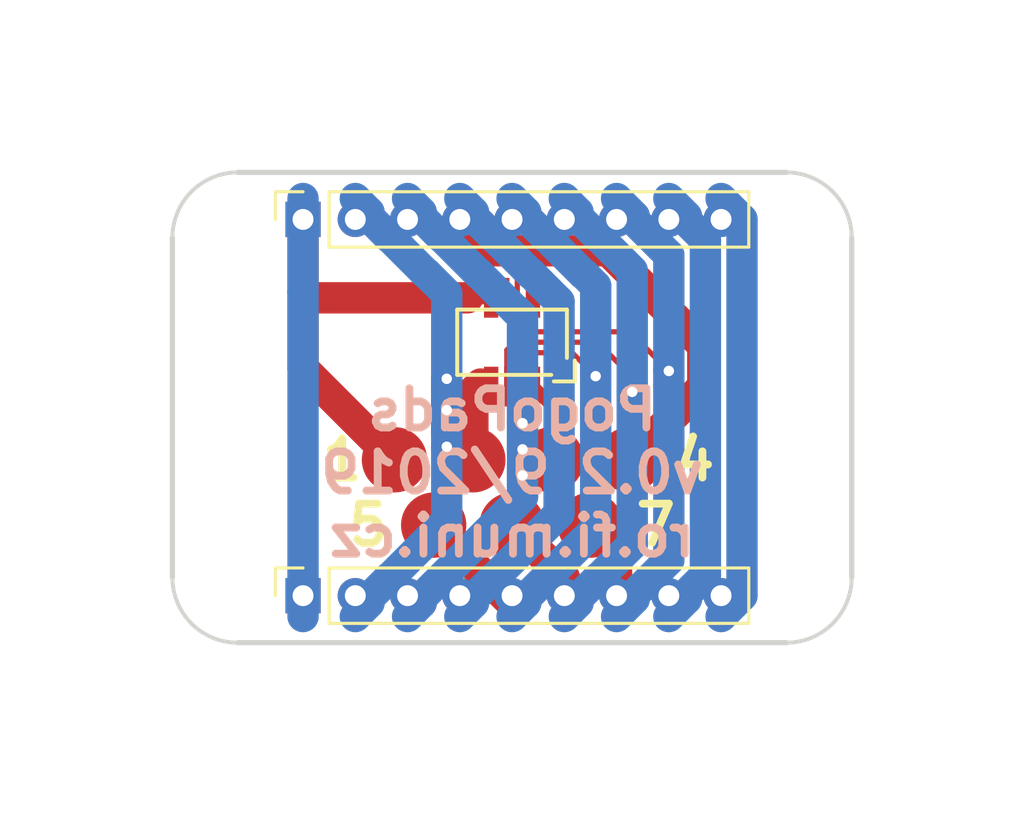
<source format=kicad_pcb>
(kicad_pcb (version 20171130) (host pcbnew 5.1.9-73d0e3b20d~88~ubuntu20.04.1)

  (general
    (thickness 1.6)
    (drawings 13)
    (tracks 156)
    (zones 0)
    (modules 10)
    (nets 11)
  )

  (page A4)
  (layers
    (0 F.Cu signal)
    (31 B.Cu signal)
    (32 B.Adhes user)
    (33 F.Adhes user)
    (34 B.Paste user)
    (35 F.Paste user)
    (36 B.SilkS user)
    (37 F.SilkS user)
    (38 B.Mask user)
    (39 F.Mask user)
    (40 Dwgs.User user)
    (41 Cmts.User user)
    (42 Eco1.User user)
    (43 Eco2.User user)
    (44 Edge.Cuts user)
    (45 Margin user)
    (46 B.CrtYd user)
    (47 F.CrtYd user)
    (48 B.Fab user)
    (49 F.Fab user)
  )

  (setup
    (last_trace_width 0.25)
    (user_trace_width 0.2)
    (user_trace_width 0.5)
    (user_trace_width 1)
    (user_trace_width 1.2)
    (trace_clearance 0.2)
    (zone_clearance 0.508)
    (zone_45_only no)
    (trace_min 0.2)
    (via_size 0.8)
    (via_drill 0.4)
    (via_min_size 0.4)
    (via_min_drill 0.3)
    (user_via 0.6 0.3)
    (user_via 0.8 0.5)
    (uvia_size 0.3)
    (uvia_drill 0.1)
    (uvias_allowed no)
    (uvia_min_size 0.2)
    (uvia_min_drill 0.1)
    (edge_width 0.15)
    (segment_width 0.2)
    (pcb_text_width 0.3)
    (pcb_text_size 1.5 1.5)
    (mod_edge_width 0.15)
    (mod_text_size 1 1)
    (mod_text_width 0.15)
    (pad_size 1.524 1.524)
    (pad_drill 0.762)
    (pad_to_mask_clearance 0.051)
    (solder_mask_min_width 0.25)
    (aux_axis_origin 0 0)
    (visible_elements FFFFFF7F)
    (pcbplotparams
      (layerselection 0x010fc_ffffffff)
      (usegerberextensions false)
      (usegerberattributes false)
      (usegerberadvancedattributes false)
      (creategerberjobfile false)
      (excludeedgelayer true)
      (linewidth 0.100000)
      (plotframeref false)
      (viasonmask false)
      (mode 1)
      (useauxorigin false)
      (hpglpennumber 1)
      (hpglpenspeed 20)
      (hpglpendiameter 15.000000)
      (psnegative false)
      (psa4output false)
      (plotreference true)
      (plotvalue true)
      (plotinvisibletext false)
      (padsonsilk false)
      (subtractmaskfromsilk false)
      (outputformat 1)
      (mirror false)
      (drillshape 1)
      (scaleselection 1)
      (outputdirectory ""))
  )

  (net 0 "")
  (net 1 1)
  (net 2 2)
  (net 3 3)
  (net 4 4)
  (net 5 5)
  (net 6 6)
  (net 7 7)
  (net 8 8)
  (net 9 9)
  (net 10 "Net-(J4-Pad6)")

  (net_class Default "This is the default net class."
    (clearance 0.2)
    (trace_width 0.25)
    (via_dia 0.8)
    (via_drill 0.4)
    (uvia_dia 0.3)
    (uvia_drill 0.1)
    (add_net 1)
    (add_net 2)
    (add_net 3)
    (add_net 4)
    (add_net 5)
    (add_net 6)
    (add_net 7)
    (add_net 8)
    (add_net 9)
    (add_net "Net-(J4-Pad6)")
  )

  (module kikit:Tab (layer F.Cu) (tedit 60708B1A) (tstamp 60708B76)
    (at 110.5 58.75 270)
    (descr "A symbol representing annotation for tab placement")
    (attr virtual)
    (fp_text reference REF** (at 0 -2 90) (layer F.SilkS) hide
      (effects (font (size 1 1) (thickness 0.15)))
    )
    (fp_text value Tab (at -3 -1 90) (layer Dwgs.User)
      (effects (font (size 1.2 1.2) (thickness 0.2)))
    )
    (fp_line (start 0.25 1) (end 0.25 -1) (layer Dwgs.User) (width 0.3))
    (fp_line (start 0.25 0) (end -2.75 0) (layer Dwgs.User) (width 0.3))
    (fp_line (start 0.25 0) (end -0.75 -1) (layer Dwgs.User) (width 0.3))
    (fp_line (start 0.25 0) (end -0.75 1) (layer Dwgs.User) (width 0.3))
    (fp_text user "KIKIT: width: 3mm" (at -5.5 0) (layer Dwgs.User)
      (effects (font (size 1 1) (thickness 0.15)))
    )
  )

  (module kikit:Tab (layer F.Cu) (tedit 60708B1A) (tstamp 6053DFEC)
    (at 105.25 73)
    (descr "A symbol representing annotation for tab placement")
    (attr virtual)
    (fp_text reference REF** (at 0 -2) (layer F.SilkS) hide
      (effects (font (size 1 1) (thickness 0.15)))
    )
    (fp_text value Tab (at -3 -1) (layer Dwgs.User)
      (effects (font (size 1.2 1.2) (thickness 0.2)))
    )
    (fp_line (start 0.25 1) (end 0.25 -1) (layer Dwgs.User) (width 0.3))
    (fp_line (start 0.25 0) (end -2.75 0) (layer Dwgs.User) (width 0.3))
    (fp_line (start 0.25 0) (end -0.75 -1) (layer Dwgs.User) (width 0.3))
    (fp_line (start 0.25 0) (end -0.75 1) (layer Dwgs.User) (width 0.3))
    (fp_text user "KIKIT: width: 3mm" (at -5.5 0 90) (layer Dwgs.User)
      (effects (font (size 1 1) (thickness 0.15)))
    )
  )

  (module kikit:Tab (layer F.Cu) (tedit 60708B1A) (tstamp 6053DFDC)
    (at 118.5 77.25 90)
    (descr "A symbol representing annotation for tab placement")
    (attr virtual)
    (fp_text reference REF** (at 0 -2 90) (layer F.SilkS) hide
      (effects (font (size 1 1) (thickness 0.15)))
    )
    (fp_text value Tab (at -3 -1 90) (layer Dwgs.User)
      (effects (font (size 1.2 1.2) (thickness 0.2)))
    )
    (fp_text user "KIKIT: width: 3mm" (at -5.5 0) (layer Dwgs.User)
      (effects (font (size 1 1) (thickness 0.15)))
    )
    (fp_line (start 0.25 0) (end -0.75 1) (layer Dwgs.User) (width 0.3))
    (fp_line (start 0.25 0) (end -0.75 -1) (layer Dwgs.User) (width 0.3))
    (fp_line (start 0.25 0) (end -2.75 0) (layer Dwgs.User) (width 0.3))
    (fp_line (start 0.25 1) (end 0.25 -1) (layer Dwgs.User) (width 0.3))
  )

  (module kikit:Tab (layer F.Cu) (tedit 60708B1A) (tstamp 60708AE0)
    (at 131.75 63 180)
    (descr "A symbol representing annotation for tab placement")
    (attr virtual)
    (fp_text reference REF** (at 0 -2) (layer F.SilkS) hide
      (effects (font (size 1 1) (thickness 0.15)))
    )
    (fp_text value Tab (at -3 -1) (layer Dwgs.User)
      (effects (font (size 1.2 1.2) (thickness 0.2)))
    )
    (fp_text user "KIKIT: width: 3mm" (at -5.5 0 90) (layer Dwgs.User)
      (effects (font (size 1 1) (thickness 0.15)))
    )
    (fp_line (start 0.25 0) (end -0.75 1) (layer Dwgs.User) (width 0.3))
    (fp_line (start 0.25 0) (end -0.75 -1) (layer Dwgs.User) (width 0.3))
    (fp_line (start 0.25 0) (end -2.75 0) (layer Dwgs.User) (width 0.3))
    (fp_line (start 0.25 1) (end 0.25 -1) (layer Dwgs.User) (width 0.3))
  )

  (module rofi:molex-505004-0812 (layer F.Cu) (tedit 5D6FB713) (tstamp 5D6FC0A4)
    (at 118.5 65.5 180)
    (path /5D6FDCDA)
    (fp_text reference J4 (at 0 3.3) (layer F.SilkS) hide
      (effects (font (size 1 1) (thickness 0.15)))
    )
    (fp_text value Molex (at 0 -3.2) (layer F.Fab)
      (effects (font (size 1 1) (thickness 0.15)))
    )
    (fp_line (start 2.1 -1.25) (end -1.5 -1.25) (layer F.SilkS) (width 0.15))
    (fp_line (start 2.1 1.25) (end 2.1 -1.25) (layer F.SilkS) (width 0.15))
    (fp_line (start -2.1 1.25) (end 2.1 1.25) (layer F.SilkS) (width 0.15))
    (fp_line (start -2.1 -0.6) (end -2.1 1.25) (layer F.SilkS) (width 0.15))
    (fp_line (start -2.4 -1.5) (end -2.4 -0.7) (layer F.SilkS) (width 0.15))
    (fp_line (start -1.6 -1.5) (end -2.4 -1.5) (layer F.SilkS) (width 0.15))
    (fp_poly (pts (xy -1.2 -0.9) (xy 1.2 -0.9) (xy 1.2 0.9) (xy -1.2 0.9)) (layer Dwgs.User) (width 0.1))
    (fp_line (start -2.1 1.25) (end -2.1 -1.25) (layer F.Fab) (width 0.12))
    (fp_line (start 2.1 1.25) (end -2.1 1.25) (layer F.Fab) (width 0.12))
    (fp_line (start 2.1 -1.25) (end 2.1 1.25) (layer F.Fab) (width 0.12))
    (fp_line (start -2.1 -1.25) (end 2.1 -1.25) (layer F.Fab) (width 0.12))
    (pad 8 smd rect (at 0.8 1.7 180) (size 0.55 1.524) (layers F.Cu F.Paste F.Mask)
      (net 1 1))
    (pad 6 smd rect (at 0.2 1.7 180) (size 0.2 1.524) (layers F.Cu F.Paste F.Mask)
      (net 10 "Net-(J4-Pad6)"))
    (pad 4 smd rect (at -0.2 1.7 180) (size 0.2 1.524) (layers F.Cu F.Paste F.Mask)
      (net 7 7))
    (pad 2 smd rect (at -0.8 1.7 180) (size 0.55 1.524) (layers F.Cu F.Paste F.Mask)
      (net 4 4))
    (pad 5 smd rect (at 0.2 -1.7 180) (size 0.2 1.524) (layers F.Cu F.Paste F.Mask)
      (net 6 6))
    (pad 7 smd rect (at 0.8 -1.7 180) (size 0.55 1.524) (layers F.Cu F.Paste F.Mask)
      (net 2 2))
    (pad 1 smd rect (at -0.8 -1.7 180) (size 0.55 1.524) (layers F.Cu F.Paste F.Mask)
      (net 3 3))
    (pad 3 smd rect (at -0.2 -1.7 180) (size 0.2 1.524) (layers F.Cu F.Paste F.Mask)
      (net 5 5))
  )

  (module Connector_PinSocket_2.00mm:PinSocket_1x09_P2.00mm_Vertical (layer F.Cu) (tedit 5C8A47CA) (tstamp 5C9AEE22)
    (at 110.5 60.8 90)
    (descr "Through hole straight socket strip, 1x09, 2.00mm pitch, single row (from Kicad 4.0.7), script generated")
    (tags "Through hole socket strip THT 1x09 2.00mm single row")
    (path /5C8A47A6)
    (fp_text reference J2 (at 0 -2.5 90) (layer F.SilkS) hide
      (effects (font (size 1 1) (thickness 0.15)))
    )
    (fp_text value OUT (at 0 18.5 90) (layer F.Fab)
      (effects (font (size 1 1) (thickness 0.15)))
    )
    (fp_line (start -1.5 17.5) (end -1.5 -1.5) (layer F.CrtYd) (width 0.05))
    (fp_line (start 1.5 17.5) (end -1.5 17.5) (layer F.CrtYd) (width 0.05))
    (fp_line (start 1.5 -1.5) (end 1.5 17.5) (layer F.CrtYd) (width 0.05))
    (fp_line (start -1.5 -1.5) (end 1.5 -1.5) (layer F.CrtYd) (width 0.05))
    (fp_line (start 0 -1.06) (end 1.06 -1.06) (layer F.SilkS) (width 0.12))
    (fp_line (start 1.06 -1.06) (end 1.06 0) (layer F.SilkS) (width 0.12))
    (fp_line (start 1.06 1) (end 1.06 17.06) (layer F.SilkS) (width 0.12))
    (fp_line (start -1.06 17.06) (end 1.06 17.06) (layer F.SilkS) (width 0.12))
    (fp_line (start -1.06 1) (end -1.06 17.06) (layer F.SilkS) (width 0.12))
    (fp_line (start -1.06 1) (end 1.06 1) (layer F.SilkS) (width 0.12))
    (fp_line (start -1 17) (end -1 -1) (layer F.Fab) (width 0.1))
    (fp_line (start 1 17) (end -1 17) (layer F.Fab) (width 0.1))
    (fp_line (start 1 -0.5) (end 1 17) (layer F.Fab) (width 0.1))
    (fp_line (start 0.5 -1) (end 1 -0.5) (layer F.Fab) (width 0.1))
    (fp_line (start -1 -1) (end 0.5 -1) (layer F.Fab) (width 0.1))
    (fp_text user %R (at 0 8 180) (layer F.Fab)
      (effects (font (size 1 1) (thickness 0.15)))
    )
    (pad 9 thru_hole oval (at 0 16 90) (size 1.35 1.35) (drill 0.8) (layers *.Cu *.Mask)
      (net 9 9))
    (pad 8 thru_hole oval (at 0 14 90) (size 1.35 1.35) (drill 0.8) (layers *.Cu *.Mask)
      (net 8 8))
    (pad 7 thru_hole oval (at 0 12 90) (size 1.35 1.35) (drill 0.8) (layers *.Cu *.Mask)
      (net 7 7))
    (pad 6 thru_hole oval (at 0 10 90) (size 1.35 1.35) (drill 0.8) (layers *.Cu *.Mask)
      (net 6 6))
    (pad 5 thru_hole oval (at 0 8 90) (size 1.35 1.35) (drill 0.8) (layers *.Cu *.Mask)
      (net 5 5))
    (pad 4 thru_hole oval (at 0 6 90) (size 1.35 1.35) (drill 0.8) (layers *.Cu *.Mask)
      (net 4 4))
    (pad 3 thru_hole oval (at 0 4 90) (size 1.35 1.35) (drill 0.8) (layers *.Cu *.Mask)
      (net 3 3))
    (pad 2 thru_hole oval (at 0 2 90) (size 1.35 1.35) (drill 0.8) (layers *.Cu *.Mask)
      (net 2 2))
    (pad 1 thru_hole rect (at 0 0 90) (size 1.35 1.35) (drill 0.8) (layers *.Cu *.Mask)
      (net 1 1))
    (model ${KISYS3DMOD}/Connector_PinSocket_2.00mm.3dshapes/PinSocket_1x09_P2.00mm_Vertical.wrl
      (at (xyz 0 0 0))
      (scale (xyz 1 1 1))
      (rotate (xyz 0 0 0))
    )
  )

  (module Connector_PinSocket_2.00mm:PinSocket_1x09_P2.00mm_Vertical (layer F.Cu) (tedit 5C8A47CE) (tstamp 5C9AEE06)
    (at 110.5 75.2 90)
    (descr "Through hole straight socket strip, 1x09, 2.00mm pitch, single row (from Kicad 4.0.7), script generated")
    (tags "Through hole socket strip THT 1x09 2.00mm single row")
    (path /5C8A482C)
    (fp_text reference J1 (at 0 -2.5 90) (layer F.SilkS) hide
      (effects (font (size 1 1) (thickness 0.15)))
    )
    (fp_text value IN (at 0 18.5 90) (layer F.Fab)
      (effects (font (size 1 1) (thickness 0.15)))
    )
    (fp_line (start -1 -1) (end 0.5 -1) (layer F.Fab) (width 0.1))
    (fp_line (start 0.5 -1) (end 1 -0.5) (layer F.Fab) (width 0.1))
    (fp_line (start 1 -0.5) (end 1 17) (layer F.Fab) (width 0.1))
    (fp_line (start 1 17) (end -1 17) (layer F.Fab) (width 0.1))
    (fp_line (start -1 17) (end -1 -1) (layer F.Fab) (width 0.1))
    (fp_line (start -1.06 1) (end 1.06 1) (layer F.SilkS) (width 0.12))
    (fp_line (start -1.06 1) (end -1.06 17.06) (layer F.SilkS) (width 0.12))
    (fp_line (start -1.06 17.06) (end 1.06 17.06) (layer F.SilkS) (width 0.12))
    (fp_line (start 1.06 1) (end 1.06 17.06) (layer F.SilkS) (width 0.12))
    (fp_line (start 1.06 -1.06) (end 1.06 0) (layer F.SilkS) (width 0.12))
    (fp_line (start 0 -1.06) (end 1.06 -1.06) (layer F.SilkS) (width 0.12))
    (fp_line (start -1.5 -1.5) (end 1.5 -1.5) (layer F.CrtYd) (width 0.05))
    (fp_line (start 1.5 -1.5) (end 1.5 17.5) (layer F.CrtYd) (width 0.05))
    (fp_line (start 1.5 17.5) (end -1.5 17.5) (layer F.CrtYd) (width 0.05))
    (fp_line (start -1.5 17.5) (end -1.5 -1.5) (layer F.CrtYd) (width 0.05))
    (fp_text user %R (at 0 8 180) (layer F.Fab)
      (effects (font (size 1 1) (thickness 0.15)))
    )
    (pad 1 thru_hole rect (at 0 0 90) (size 1.35 1.35) (drill 0.8) (layers *.Cu *.Mask)
      (net 1 1))
    (pad 2 thru_hole oval (at 0 2 90) (size 1.35 1.35) (drill 0.8) (layers *.Cu *.Mask)
      (net 2 2))
    (pad 3 thru_hole oval (at 0 4 90) (size 1.35 1.35) (drill 0.8) (layers *.Cu *.Mask)
      (net 3 3))
    (pad 4 thru_hole oval (at 0 6 90) (size 1.35 1.35) (drill 0.8) (layers *.Cu *.Mask)
      (net 4 4))
    (pad 5 thru_hole oval (at 0 8 90) (size 1.35 1.35) (drill 0.8) (layers *.Cu *.Mask)
      (net 5 5))
    (pad 6 thru_hole oval (at 0 10 90) (size 1.35 1.35) (drill 0.8) (layers *.Cu *.Mask)
      (net 6 6))
    (pad 7 thru_hole oval (at 0 12 90) (size 1.35 1.35) (drill 0.8) (layers *.Cu *.Mask)
      (net 7 7))
    (pad 8 thru_hole oval (at 0 14 90) (size 1.35 1.35) (drill 0.8) (layers *.Cu *.Mask)
      (net 8 8))
    (pad 9 thru_hole oval (at 0 16 90) (size 1.35 1.35) (drill 0.8) (layers *.Cu *.Mask)
      (net 9 9))
    (model ${KISYS3DMOD}/Connector_PinSocket_2.00mm.3dshapes/PinSocket_1x09_P2.00mm_Vertical.wrl
      (at (xyz 0 0 0))
      (scale (xyz 1 1 1))
      (rotate (xyz 0 0 0))
    )
  )

  (module MountingHole:MountingHole_2mm (layer F.Cu) (tedit 5C8A4532) (tstamp 5C9A4BBE)
    (at 107.8 67.9)
    (descr "Mounting Hole 2mm, no annular")
    (tags "mounting hole 2mm no annular")
    (path /5C8A456A)
    (attr virtual)
    (fp_text reference H2 (at 0 -3.2) (layer F.SilkS) hide
      (effects (font (size 1 1) (thickness 0.15)))
    )
    (fp_text value MountingHole (at 0 3.1) (layer F.Fab)
      (effects (font (size 1 1) (thickness 0.15)))
    )
    (fp_circle (center 0 0) (end 2.25 0) (layer F.CrtYd) (width 0.05))
    (fp_circle (center 0 0) (end 2 0) (layer Cmts.User) (width 0.15))
    (fp_text user %R (at 0.3 0) (layer F.Fab)
      (effects (font (size 1 1) (thickness 0.15)))
    )
    (pad "" np_thru_hole circle (at 0 0) (size 2 2) (drill 2) (layers *.Cu *.Mask))
  )

  (module MountingHole:MountingHole_2mm (layer F.Cu) (tedit 5C8A4536) (tstamp 5C9A4BB6)
    (at 129.2 68)
    (descr "Mounting Hole 2mm, no annular")
    (tags "mounting hole 2mm no annular")
    (path /5C8A451E)
    (attr virtual)
    (fp_text reference H1 (at 0 -3.2) (layer F.SilkS) hide
      (effects (font (size 1 1) (thickness 0.15)))
    )
    (fp_text value MountingHole (at 0 3.1) (layer F.Fab)
      (effects (font (size 1 1) (thickness 0.15)))
    )
    (fp_circle (center 0 0) (end 2 0) (layer Cmts.User) (width 0.15))
    (fp_circle (center 0 0) (end 2.25 0) (layer F.CrtYd) (width 0.05))
    (fp_text user %R (at 0.3 0) (layer F.Fab)
      (effects (font (size 1 1) (thickness 0.15)))
    )
    (pad "" np_thru_hole circle (at 0 0) (size 2 2) (drill 2) (layers *.Cu *.Mask))
  )

  (module rofi:pogo_pads_4_3 (layer F.Cu) (tedit 5C8A424D) (tstamp 5C999B9D)
    (at 118.5 70)
    (path /5C8A40F9)
    (fp_text reference J3 (at 0 4.5) (layer F.SilkS) hide
      (effects (font (size 1 1) (thickness 0.15)))
    )
    (fp_text value POGO (at 0 -2.25) (layer F.Fab)
      (effects (font (size 1 1) (thickness 0.15)))
    )
    (pad 1 smd circle (at -4.5 0) (size 2.5 2.5) (layers F.Cu F.Paste F.Mask)
      (net 1 1))
    (pad 2 smd circle (at -1.5 0) (size 2.5 2.5) (layers F.Cu F.Paste F.Mask)
      (net 2 2))
    (pad 3 smd circle (at 1.5 0) (size 2.5 2.5) (layers F.Cu F.Paste F.Mask)
      (net 3 3))
    (pad 4 smd circle (at 4.5 0) (size 2.5 2.5) (layers F.Cu F.Paste F.Mask)
      (net 4 4))
    (pad 5 smd circle (at -3 2.5) (size 2.5 2.5) (layers F.Cu F.Paste F.Mask)
      (net 5 5))
    (pad 6 smd circle (at 0 2.5) (size 2.5 2.5) (layers F.Cu F.Paste F.Mask)
      (net 6 6))
    (pad 7 smd circle (at 3 2.5) (size 2.5 2.5) (layers F.Cu F.Paste F.Mask)
      (net 7 7))
  )

  (gr_text "PogoPads\nv0.2 9/2019\nro.fi.muni.cz" (at 118.5 70.5) (layer B.SilkS)
    (effects (font (size 1.5 1.5) (thickness 0.3)) (justify mirror))
  )
  (gr_text 7 (at 124 72.5) (layer F.SilkS)
    (effects (font (size 1.5 1.5) (thickness 0.3)))
  )
  (gr_text 5 (at 113 72.5) (layer F.SilkS)
    (effects (font (size 1.5 1.5) (thickness 0.3)))
  )
  (gr_text 4 (at 125.5 70) (layer F.SilkS)
    (effects (font (size 1.5 1.5) (thickness 0.3)))
  )
  (gr_text 1 (at 112 70) (layer F.SilkS)
    (effects (font (size 1.5 1.5) (thickness 0.3)))
  )
  (gr_line (start 108 59) (end 129 59) (layer Edge.Cuts) (width 0.2) (tstamp 5C9B08FC))
  (gr_arc (start 129 74.5) (end 129 77) (angle -90) (layer Edge.Cuts) (width 0.15))
  (gr_arc (start 108 74.5) (end 105.5 74.5) (angle -90) (layer Edge.Cuts) (width 0.15))
  (gr_arc (start 108 61.5) (end 108 59) (angle -90) (layer Edge.Cuts) (width 0.15))
  (gr_arc (start 129 61.5) (end 131.5 61.5) (angle -90) (layer Edge.Cuts) (width 0.15))
  (gr_line (start 131.5 74.5) (end 131.5 61.5) (layer Edge.Cuts) (width 0.2))
  (gr_line (start 108 77) (end 129 77) (layer Edge.Cuts) (width 0.2))
  (gr_line (start 105.5 61.5) (end 105.5 74.5) (layer Edge.Cuts) (width 0.2))

  (segment (start 110.5 60) (end 110.5 76) (width 1.2) (layer B.Cu) (net 1))
  (segment (start 110.5 66.5) (end 114 70) (width 1.2) (layer F.Cu) (net 1))
  (segment (start 110.5 63.575) (end 110.5 66.5) (width 1.2) (layer F.Cu) (net 1))
  (segment (start 116.8 63.8) (end 110.725 63.8) (width 1.2) (layer F.Cu) (net 1))
  (segment (start 116.8 63.8) (end 117.7 63.8) (width 0.5) (layer F.Cu) (net 1))
  (segment (start 110.725 63.8) (end 110.5 63.575) (width 1.2) (layer F.Cu) (net 1))
  (segment (start 110.5 63.575) (end 110.5 60.8) (width 1.2) (layer F.Cu) (net 1))
  (segment (start 117 69.454594) (end 117 70) (width 1.5) (layer F.Cu) (net 2))
  (segment (start 117 69.743998) (end 117 70) (width 1.5) (layer F.Cu) (net 2))
  (segment (start 117 67.9) (end 117.7 67.2) (width 0.5) (layer F.Cu) (net 2))
  (via (at 116.000002 68.1) (size 0.8) (drill 0.4) (layers F.Cu B.Cu) (net 2))
  (via (at 116 66.9) (size 0.8) (drill 0.4) (layers F.Cu B.Cu) (net 2))
  (segment (start 116.000002 68.1) (end 116.000002 66.900002) (width 1.2) (layer F.Cu) (net 2))
  (segment (start 116.000002 66.900002) (end 116 66.9) (width 1.2) (layer F.Cu) (net 2))
  (segment (start 116.000002 68.1) (end 116.000002 69.000002) (width 1.2) (layer F.Cu) (net 2))
  (segment (start 115.232184 62.875011) (end 116 63.642827) (width 1.2) (layer B.Cu) (net 2))
  (segment (start 116 63.642827) (end 116 69.5) (width 1.2) (layer B.Cu) (net 2))
  (segment (start 115.212096 62.875011) (end 115.232184 62.875011) (width 1.2) (layer B.Cu) (net 2))
  (segment (start 113.791999 74.524999) (end 113.024999 75.291999) (width 1.2) (layer B.Cu) (net 2))
  (segment (start 113.791999 61.475001) (end 113.812086 61.475001) (width 1.2) (layer B.Cu) (net 2))
  (segment (start 116.5 70) (end 116 69.5) (width 1.2) (layer F.Cu) (net 2))
  (segment (start 113.024999 60.708001) (end 113.791999 61.475001) (width 1.2) (layer B.Cu) (net 2))
  (segment (start 117 70) (end 116.5 70) (width 1.2) (layer F.Cu) (net 2))
  (segment (start 113.812086 61.475001) (end 115.212096 62.875011) (width 1.2) (layer B.Cu) (net 2))
  (segment (start 112.5 60) (end 113.024999 60.524999) (width 1.2) (layer B.Cu) (net 2))
  (segment (start 113.024999 75.475001) (end 112.5 76) (width 1.2) (layer B.Cu) (net 2))
  (segment (start 113.812087 74.524999) (end 113.791999 74.524999) (width 1.2) (layer B.Cu) (net 2))
  (segment (start 116.000002 69.000002) (end 117 70) (width 1.2) (layer F.Cu) (net 2))
  (via (at 116 69.5) (size 0.8) (drill 0.4) (layers F.Cu B.Cu) (net 2))
  (segment (start 113.024999 60.524999) (end 113.024999 60.708001) (width 1.2) (layer B.Cu) (net 2))
  (segment (start 113.024999 75.291999) (end 113.024999 75.475001) (width 1.2) (layer B.Cu) (net 2))
  (segment (start 116 72.337086) (end 113.812087 74.524999) (width 1.2) (layer B.Cu) (net 2))
  (segment (start 116 69.5) (end 116 72.337086) (width 1.2) (layer B.Cu) (net 2))
  (segment (start 116.000002 69.000002) (end 116.000002 66.900002) (width 1.2) (layer F.Cu) (net 2))
  (segment (start 117.3 67.1) (end 117 67.4) (width 1.2) (layer F.Cu) (net 2))
  (segment (start 117 67.4) (end 117 70) (width 1.2) (layer F.Cu) (net 2))
  (segment (start 120 70) (end 120 69.743998) (width 1.5) (layer F.Cu) (net 3))
  (segment (start 120 67.9) (end 119.3 67.2) (width 0.5) (layer F.Cu) (net 3))
  (segment (start 120 70) (end 120 67.9) (width 0.5) (layer F.Cu) (net 3))
  (segment (start 115.024999 60.708001) (end 115.024999 60.524999) (width 1.2) (layer B.Cu) (net 3))
  (segment (start 115.024999 75.475001) (end 115.024999 75.291999) (width 1.2) (layer B.Cu) (net 3))
  (segment (start 115.791999 61.475001) (end 115.024999 60.708001) (width 1.2) (layer B.Cu) (net 3))
  (segment (start 118.89994 64.522679) (end 118.652282 64.275021) (width 1.2) (layer B.Cu) (net 3))
  (segment (start 117.232184 62.875011) (end 117.212096 62.875011) (width 1.2) (layer B.Cu) (net 3))
  (segment (start 114.5 76) (end 115.024999 75.475001) (width 1.2) (layer B.Cu) (net 3))
  (segment (start 115.024999 75.291999) (end 118.89994 71.417058) (width 1.2) (layer B.Cu) (net 3))
  (segment (start 115.024999 60.524999) (end 114.5 60) (width 1.2) (layer B.Cu) (net 3))
  (segment (start 118.652282 64.275021) (end 118.632193 64.275021) (width 1.2) (layer B.Cu) (net 3))
  (segment (start 118.632193 64.275021) (end 117.232184 62.875011) (width 1.2) (layer B.Cu) (net 3))
  (segment (start 117.212096 62.875011) (end 115.812086 61.475001) (width 1.2) (layer B.Cu) (net 3))
  (segment (start 115.812086 61.475001) (end 115.791999 61.475001) (width 1.2) (layer B.Cu) (net 3))
  (via (at 118.89994 68.59994) (size 0.8) (drill 0.4) (layers F.Cu B.Cu) (net 3))
  (segment (start 120 69.7) (end 118.89994 68.59994) (width 0.5) (layer F.Cu) (net 3))
  (segment (start 120 70) (end 120 69.7) (width 0.5) (layer F.Cu) (net 3))
  (segment (start 118.89994 68.59994) (end 118.89994 64.522679) (width 1.2) (layer B.Cu) (net 3))
  (via (at 118.89994 69.59994) (size 0.8) (drill 0.4) (layers F.Cu B.Cu) (net 3))
  (segment (start 119.3 70) (end 118.89994 69.59994) (width 0.5) (layer F.Cu) (net 3))
  (segment (start 120 70) (end 119.3 70) (width 0.5) (layer F.Cu) (net 3))
  (segment (start 118.89994 71.417058) (end 118.89994 69.59994) (width 1.2) (layer B.Cu) (net 3))
  (segment (start 118.89994 69.59994) (end 118.89994 68.59994) (width 1.2) (layer B.Cu) (net 3))
  (segment (start 120 70) (end 119.5 70) (width 0.5) (layer F.Cu) (net 3))
  (segment (start 119.5 70) (end 118.9 70.6) (width 0.5) (layer F.Cu) (net 3))
  (via (at 118.9 70.6) (size 0.8) (drill 0.4) (layers F.Cu B.Cu) (net 3))
  (segment (start 116.5 60.954594) (end 117.545406 62) (width 1.2) (layer F.Cu) (net 4))
  (segment (start 117.545406 62) (end 119.3 62) (width 1.2) (layer F.Cu) (net 4))
  (segment (start 119.3 63.8) (end 119.3 62) (width 0.5) (layer F.Cu) (net 4))
  (segment (start 117.791999 74.524999) (end 117.024999 75.291999) (width 1.2) (layer B.Cu) (net 4))
  (segment (start 119.212096 73.124989) (end 117.812086 74.524999) (width 1.2) (layer B.Cu) (net 4))
  (segment (start 120.29995 63.942777) (end 120.29995 72.057222) (width 1.2) (layer B.Cu) (net 4))
  (segment (start 119.232184 62.875011) (end 120.29995 63.942777) (width 1.2) (layer B.Cu) (net 4))
  (segment (start 119.212096 62.875011) (end 119.232184 62.875011) (width 1.2) (layer B.Cu) (net 4))
  (segment (start 117.024999 75.291999) (end 117.024999 75.475001) (width 1.2) (layer B.Cu) (net 4))
  (segment (start 117.812086 61.475001) (end 119.212096 62.875011) (width 1.2) (layer B.Cu) (net 4))
  (segment (start 117.791999 61.475001) (end 117.812086 61.475001) (width 1.2) (layer B.Cu) (net 4))
  (segment (start 117.024999 60.524999) (end 117.024999 60.708001) (width 1.2) (layer B.Cu) (net 4))
  (segment (start 116.5 60) (end 117.024999 60.524999) (width 1.2) (layer B.Cu) (net 4))
  (segment (start 117.812086 74.524999) (end 117.791999 74.524999) (width 1.2) (layer B.Cu) (net 4))
  (segment (start 117.024999 60.708001) (end 117.791999 61.475001) (width 1.2) (layer B.Cu) (net 4))
  (segment (start 119.232183 73.124989) (end 119.212096 73.124989) (width 1.2) (layer B.Cu) (net 4))
  (segment (start 120.29995 72.057222) (end 119.232183 73.124989) (width 1.2) (layer B.Cu) (net 4))
  (segment (start 117.024999 75.475001) (end 116.5 76) (width 1.2) (layer B.Cu) (net 4))
  (segment (start 119.3 62) (end 122.176002 62) (width 1.2) (layer F.Cu) (net 4))
  (segment (start 125.800001 67.199999) (end 124.249999 68.750001) (width 1.2) (layer F.Cu) (net 4))
  (segment (start 122.176002 62) (end 125.800001 65.623999) (width 1.2) (layer F.Cu) (net 4))
  (segment (start 125.800001 65.623999) (end 125.800001 67.199999) (width 1.2) (layer F.Cu) (net 4))
  (segment (start 124.249999 68.750001) (end 123 70) (width 1.2) (layer F.Cu) (net 4))
  (segment (start 115.5 72.5) (end 118.5 75.5) (width 1.2) (layer F.Cu) (net 5))
  (via (at 121.7 66.8) (size 0.8) (drill 0.4) (layers F.Cu B.Cu) (net 5))
  (segment (start 120.8 65.9) (end 121.7 66.8) (width 0.2) (layer F.Cu) (net 5))
  (segment (start 119.022998 65.9) (end 120.8 65.9) (width 0.2) (layer F.Cu) (net 5))
  (segment (start 118.7 67.2) (end 118.7 66.222998) (width 0.2) (layer F.Cu) (net 5))
  (segment (start 118.7 66.222998) (end 119.022998 65.9) (width 0.2) (layer F.Cu) (net 5))
  (segment (start 119.791999 61.475001) (end 119.812086 61.475001) (width 1.2) (layer B.Cu) (net 5))
  (segment (start 121.212096 73.124989) (end 119.812086 74.524999) (width 1.2) (layer B.Cu) (net 5))
  (segment (start 121.232184 73.124989) (end 121.212096 73.124989) (width 1.2) (layer B.Cu) (net 5))
  (segment (start 121.69996 72.657213) (end 121.232184 73.124989) (width 1.2) (layer B.Cu) (net 5))
  (segment (start 119.812086 74.524999) (end 119.791999 74.524999) (width 1.2) (layer B.Cu) (net 5))
  (segment (start 121.69996 63.342787) (end 121.69996 72.657213) (width 1.2) (layer B.Cu) (net 5))
  (segment (start 121.212096 62.875011) (end 121.232184 62.875011) (width 1.2) (layer B.Cu) (net 5))
  (segment (start 118.5 60) (end 119.024999 60.524999) (width 1.2) (layer B.Cu) (net 5))
  (segment (start 119.024999 75.475001) (end 118.5 76) (width 1.2) (layer B.Cu) (net 5))
  (segment (start 119.024999 60.524999) (end 119.024999 60.708001) (width 1.2) (layer B.Cu) (net 5))
  (segment (start 119.024999 60.708001) (end 119.791999 61.475001) (width 1.2) (layer B.Cu) (net 5))
  (segment (start 121.232184 62.875011) (end 121.69996 63.342787) (width 1.2) (layer B.Cu) (net 5))
  (segment (start 119.024999 75.291999) (end 119.024999 75.475001) (width 1.2) (layer B.Cu) (net 5))
  (segment (start 119.791999 74.524999) (end 119.024999 75.291999) (width 1.2) (layer B.Cu) (net 5))
  (segment (start 119.812086 61.475001) (end 121.212096 62.875011) (width 1.2) (layer B.Cu) (net 5))
  (segment (start 118.5 72.5) (end 118.5 72.756002) (width 1.5) (layer F.Cu) (net 6))
  (segment (start 118.5 72.5) (end 120.5 74.5) (width 1.2) (layer F.Cu) (net 6))
  (segment (start 121.024999 75.291999) (end 121.024999 75.475001) (width 1.2) (layer B.Cu) (net 6))
  (segment (start 118.3 67.2) (end 118.3 65.8) (width 0.2) (layer F.Cu) (net 6))
  (segment (start 118.6 65.5) (end 121.765685 65.5) (width 0.2) (layer F.Cu) (net 6))
  (segment (start 121.024999 60.524999) (end 121.024999 60.708001) (width 1.2) (layer B.Cu) (net 6))
  (segment (start 121.812086 74.524999) (end 121.791999 74.524999) (width 1.2) (layer B.Cu) (net 6))
  (segment (start 123.09997 62.762885) (end 123.09997 67.39997) (width 1.2) (layer B.Cu) (net 6))
  (segment (start 121.024999 60.708001) (end 121.791999 61.475001) (width 1.2) (layer B.Cu) (net 6))
  (segment (start 121.812086 61.475001) (end 123.09997 62.762885) (width 1.2) (layer B.Cu) (net 6))
  (segment (start 123.09997 66.834285) (end 123.09997 67.39997) (width 0.2) (layer F.Cu) (net 6))
  (segment (start 121.024999 75.475001) (end 120.5 76) (width 1.2) (layer B.Cu) (net 6))
  (segment (start 121.791999 61.475001) (end 121.812086 61.475001) (width 1.2) (layer B.Cu) (net 6))
  (segment (start 120.5 60) (end 121.024999 60.524999) (width 1.2) (layer B.Cu) (net 6))
  (segment (start 121.765685 65.5) (end 123.09997 66.834285) (width 0.2) (layer F.Cu) (net 6))
  (segment (start 121.791999 74.524999) (end 121.024999 75.291999) (width 1.2) (layer B.Cu) (net 6))
  (segment (start 123.09997 67.39997) (end 123.09997 73.237115) (width 1.2) (layer B.Cu) (net 6))
  (segment (start 118.3 65.8) (end 118.6 65.5) (width 0.2) (layer F.Cu) (net 6))
  (via (at 123.09997 67.39997) (size 0.8) (drill 0.4) (layers F.Cu B.Cu) (net 6))
  (segment (start 123.09997 73.237115) (end 121.812086 74.524999) (width 1.2) (layer B.Cu) (net 6))
  (segment (start 124.49998 67.165631) (end 124.49998 66.599946) (width 1.2) (layer B.Cu) (net 7))
  (segment (start 123.174999 60.837913) (end 124.49998 62.162894) (width 1.2) (layer B.Cu) (net 7))
  (via (at 124.49998 66.599946) (size 0.8) (drill 0.4) (layers F.Cu B.Cu) (net 7))
  (segment (start 123.174999 75.325001) (end 123.174999 75.162086) (width 1.2) (layer B.Cu) (net 7))
  (segment (start 122.5 60) (end 123.174999 60.674999) (width 1.2) (layer B.Cu) (net 7))
  (segment (start 123.174999 75.162086) (end 124.49998 73.837105) (width 1.2) (layer B.Cu) (net 7))
  (segment (start 123.000034 65.1) (end 124.099981 66.199947) (width 0.2) (layer F.Cu) (net 7))
  (segment (start 122.5 76) (end 123.174999 75.325001) (width 1.2) (layer B.Cu) (net 7))
  (segment (start 124.099981 66.199947) (end 124.49998 66.599946) (width 0.2) (layer F.Cu) (net 7))
  (segment (start 118.7 64.762) (end 119.038 65.1) (width 0.2) (layer F.Cu) (net 7))
  (segment (start 119.038 65.1) (end 123.000034 65.1) (width 0.2) (layer F.Cu) (net 7))
  (segment (start 124.49998 73.837105) (end 124.49998 67.165631) (width 1.2) (layer B.Cu) (net 7))
  (segment (start 123.174999 60.674999) (end 123.174999 60.837913) (width 1.2) (layer B.Cu) (net 7))
  (segment (start 124.49998 66.034261) (end 124.49998 66.599946) (width 1.2) (layer B.Cu) (net 7))
  (segment (start 118.7 63.8) (end 118.7 64.762) (width 0.2) (layer F.Cu) (net 7))
  (segment (start 124.49998 62.162894) (end 124.49998 66.034261) (width 1.2) (layer B.Cu) (net 7))
  (segment (start 122.5 73.5) (end 122.5 75.2) (width 1.2) (layer F.Cu) (net 7))
  (segment (start 121.5 72.5) (end 122.5 73.5) (width 1.2) (layer F.Cu) (net 7))
  (segment (start 125.174999 75.325001) (end 124.5 76) (width 1.2) (layer B.Cu) (net 8))
  (segment (start 125.174999 60.674999) (end 125.174999 60.857999) (width 1.2) (layer B.Cu) (net 8))
  (segment (start 125.174999 75.142) (end 125.174999 75.325001) (width 1.2) (layer B.Cu) (net 8))
  (segment (start 124.5 60) (end 125.174999 60.674999) (width 1.2) (layer B.Cu) (net 8))
  (segment (start 125.90001 61.58301) (end 125.90001 74.416989) (width 1.2) (layer B.Cu) (net 8))
  (segment (start 125.90001 74.416989) (end 125.174999 75.142) (width 1.2) (layer B.Cu) (net 8))
  (segment (start 125.174999 60.857999) (end 125.90001 61.58301) (width 1.2) (layer B.Cu) (net 8))
  (segment (start 127.30002 60.80002) (end 127.30002 75.19998) (width 1.2) (layer B.Cu) (net 9))
  (segment (start 126.5 60) (end 127.30002 60.80002) (width 1.2) (layer B.Cu) (net 9))
  (segment (start 127.30002 75.19998) (end 127.174999 75.325001) (width 1.2) (layer B.Cu) (net 9))
  (segment (start 127.174999 75.325001) (end 126.5 76) (width 1.2) (layer B.Cu) (net 9))

)

</source>
